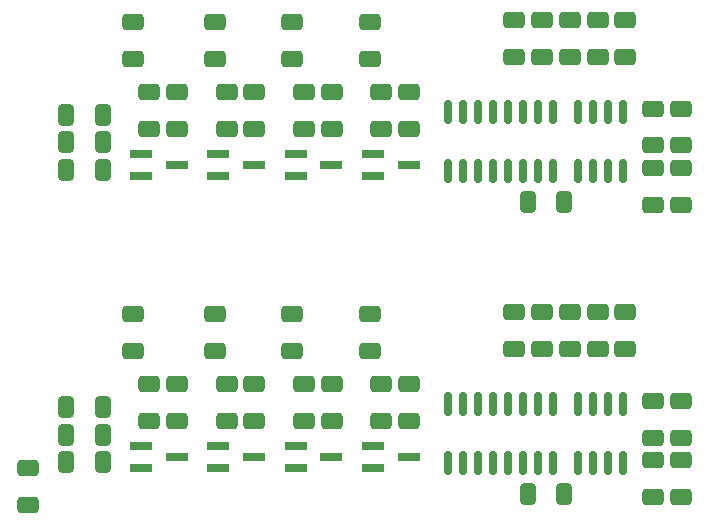
<source format=gbr>
%TF.GenerationSoftware,KiCad,Pcbnew,6.0.7-f9a2dced07~116~ubuntu20.04.1*%
%TF.CreationDate,2022-08-31T15:18:07+02:00*%
%TF.ProjectId,NVM-Amp,4e564d2d-416d-4702-9e6b-696361645f70,rev?*%
%TF.SameCoordinates,Original*%
%TF.FileFunction,Paste,Top*%
%TF.FilePolarity,Positive*%
%FSLAX46Y46*%
G04 Gerber Fmt 4.6, Leading zero omitted, Abs format (unit mm)*
G04 Created by KiCad (PCBNEW 6.0.7-f9a2dced07~116~ubuntu20.04.1) date 2022-08-31 15:18:07*
%MOMM*%
%LPD*%
G01*
G04 APERTURE LIST*
G04 Aperture macros list*
%AMRoundRect*
0 Rectangle with rounded corners*
0 $1 Rounding radius*
0 $2 $3 $4 $5 $6 $7 $8 $9 X,Y pos of 4 corners*
0 Add a 4 corners polygon primitive as box body*
4,1,4,$2,$3,$4,$5,$6,$7,$8,$9,$2,$3,0*
0 Add four circle primitives for the rounded corners*
1,1,$1+$1,$2,$3*
1,1,$1+$1,$4,$5*
1,1,$1+$1,$6,$7*
1,1,$1+$1,$8,$9*
0 Add four rect primitives between the rounded corners*
20,1,$1+$1,$2,$3,$4,$5,0*
20,1,$1+$1,$4,$5,$6,$7,0*
20,1,$1+$1,$6,$7,$8,$9,0*
20,1,$1+$1,$8,$9,$2,$3,0*%
G04 Aperture macros list end*
%ADD10RoundRect,0.250000X-0.650000X0.412500X-0.650000X-0.412500X0.650000X-0.412500X0.650000X0.412500X0*%
%ADD11RoundRect,0.250000X0.650000X-0.412500X0.650000X0.412500X-0.650000X0.412500X-0.650000X-0.412500X0*%
%ADD12R,1.900000X0.800000*%
%ADD13RoundRect,0.250000X0.412500X0.650000X-0.412500X0.650000X-0.412500X-0.650000X0.412500X-0.650000X0*%
%ADD14RoundRect,0.150000X0.150000X-0.825000X0.150000X0.825000X-0.150000X0.825000X-0.150000X-0.825000X0*%
%ADD15RoundRect,0.250000X-0.412500X-0.650000X0.412500X-0.650000X0.412500X0.650000X-0.412500X0.650000X0*%
G04 APERTURE END LIST*
D10*
%TO.C,R35*%
X184900000Y-121085000D03*
X184900000Y-124210000D03*
%TD*%
%TO.C,C14*%
X173125000Y-108585000D03*
X173125000Y-111710000D03*
%TD*%
%TO.C,R22*%
X175475000Y-108585000D03*
X175475000Y-111710000D03*
%TD*%
%TO.C,R4*%
X147775000Y-84012500D03*
X147775000Y-87137500D03*
%TD*%
%TO.C,R6*%
X154325000Y-84012500D03*
X154325000Y-87137500D03*
%TD*%
D11*
%TO.C,R17*%
X164225000Y-93025000D03*
X164225000Y-89900000D03*
%TD*%
%TO.C,R13*%
X157675000Y-93037500D03*
X157675000Y-89912500D03*
%TD*%
%TO.C,R1*%
X131910000Y-124872500D03*
X131910000Y-121747500D03*
%TD*%
D10*
%TO.C,R28*%
X187250000Y-91337500D03*
X187250000Y-94462500D03*
%TD*%
%TO.C,R29*%
X187250000Y-96350000D03*
X187250000Y-99475000D03*
%TD*%
D12*
%TO.C,Q8*%
X161175000Y-119890000D03*
X161175000Y-121790000D03*
X164175000Y-120840000D03*
%TD*%
D13*
%TO.C,C4*%
X138267500Y-116570000D03*
X135142500Y-116570000D03*
%TD*%
D11*
%TO.C,R9*%
X151125000Y-93037500D03*
X151125000Y-89912500D03*
%TD*%
D10*
%TO.C,R30*%
X187245000Y-116077500D03*
X187245000Y-119202500D03*
%TD*%
%TO.C,R18*%
X160875000Y-108747500D03*
X160875000Y-111872500D03*
%TD*%
%TO.C,R23*%
X177825000Y-108585000D03*
X177825000Y-111710000D03*
%TD*%
D12*
%TO.C,Q1*%
X141525000Y-95150000D03*
X141525000Y-97050000D03*
X144525000Y-96100000D03*
%TD*%
D10*
%TO.C,R11*%
X147765000Y-108747500D03*
X147765000Y-111872500D03*
%TD*%
D14*
%TO.C,U3*%
X178545000Y-96600000D03*
X179815000Y-96600000D03*
X181085000Y-96600000D03*
X182355000Y-96600000D03*
X182355000Y-91650000D03*
X181085000Y-91650000D03*
X179815000Y-91650000D03*
X178545000Y-91650000D03*
%TD*%
D10*
%TO.C,R3*%
X140800000Y-84025000D03*
X140800000Y-87150000D03*
%TD*%
D12*
%TO.C,Q6*%
X154625000Y-119890000D03*
X154625000Y-121790000D03*
X157625000Y-120840000D03*
%TD*%
D10*
%TO.C,R16*%
X160875000Y-84012500D03*
X160875000Y-87137500D03*
%TD*%
D11*
%TO.C,R10*%
X144575000Y-117755000D03*
X144575000Y-114630000D03*
%TD*%
%TO.C,C12*%
X161875000Y-117772500D03*
X161875000Y-114647500D03*
%TD*%
D10*
%TO.C,C15*%
X180175000Y-83850000D03*
X180175000Y-86975000D03*
%TD*%
D14*
%TO.C,U1*%
X167535000Y-96600000D03*
X168805000Y-96600000D03*
X170075000Y-96600000D03*
X171345000Y-96600000D03*
X172615000Y-96600000D03*
X173885000Y-96600000D03*
X175155000Y-96600000D03*
X176425000Y-96600000D03*
X176425000Y-91650000D03*
X175155000Y-91650000D03*
X173885000Y-91650000D03*
X172615000Y-91650000D03*
X171345000Y-91650000D03*
X170075000Y-91650000D03*
X168805000Y-91650000D03*
X167535000Y-91650000D03*
%TD*%
D11*
%TO.C,C9*%
X155325000Y-93037500D03*
X155325000Y-89912500D03*
%TD*%
D14*
%TO.C,U2*%
X167535000Y-121335000D03*
X168805000Y-121335000D03*
X170075000Y-121335000D03*
X171345000Y-121335000D03*
X172615000Y-121335000D03*
X173885000Y-121335000D03*
X175155000Y-121335000D03*
X176425000Y-121335000D03*
X176425000Y-116385000D03*
X175155000Y-116385000D03*
X173885000Y-116385000D03*
X172615000Y-116385000D03*
X171345000Y-116385000D03*
X170075000Y-116385000D03*
X168805000Y-116385000D03*
X167535000Y-116385000D03*
%TD*%
D10*
%TO.C,C16*%
X180175000Y-108585000D03*
X180175000Y-111710000D03*
%TD*%
D13*
%TO.C,R2*%
X138262500Y-94200000D03*
X135137500Y-94200000D03*
%TD*%
D10*
%TO.C,R31*%
X187250000Y-121085000D03*
X187250000Y-124210000D03*
%TD*%
D12*
%TO.C,Q2*%
X141525000Y-119885000D03*
X141525000Y-121785000D03*
X144525000Y-120835000D03*
%TD*%
%TO.C,Q3*%
X148075000Y-95150000D03*
X148075000Y-97050000D03*
X151075000Y-96100000D03*
%TD*%
%TO.C,Q7*%
X161175000Y-95150000D03*
X161175000Y-97050000D03*
X164175000Y-96100000D03*
%TD*%
D11*
%TO.C,R5*%
X144575000Y-93025000D03*
X144575000Y-89900000D03*
%TD*%
%TO.C,C5*%
X142225000Y-93025000D03*
X142225000Y-89900000D03*
%TD*%
D10*
%TO.C,R21*%
X177825000Y-83850000D03*
X177825000Y-86975000D03*
%TD*%
%TO.C,R8*%
X140800000Y-108760000D03*
X140800000Y-111885000D03*
%TD*%
%TO.C,R34*%
X184900000Y-116072500D03*
X184900000Y-119197500D03*
%TD*%
D13*
%TO.C,C3*%
X138262500Y-91850000D03*
X135137500Y-91850000D03*
%TD*%
D11*
%TO.C,C8*%
X148775000Y-117772500D03*
X148775000Y-114647500D03*
%TD*%
%TO.C,R19*%
X164225000Y-117772500D03*
X164225000Y-114647500D03*
%TD*%
%TO.C,R24*%
X182525000Y-86962500D03*
X182525000Y-83837500D03*
%TD*%
D10*
%TO.C,R20*%
X175475000Y-83850000D03*
X175475000Y-86975000D03*
%TD*%
%TO.C,R14*%
X154325000Y-108747500D03*
X154325000Y-111872500D03*
%TD*%
D11*
%TO.C,R15*%
X157675000Y-117772500D03*
X157675000Y-114647500D03*
%TD*%
%TO.C,C11*%
X161875000Y-93037500D03*
X161875000Y-89912500D03*
%TD*%
D10*
%TO.C,C13*%
X173125000Y-83850000D03*
X173125000Y-86975000D03*
%TD*%
%TO.C,R33*%
X184900000Y-96350000D03*
X184900000Y-99475000D03*
%TD*%
D15*
%TO.C,C1*%
X135137500Y-96550000D03*
X138262500Y-96550000D03*
%TD*%
D11*
%TO.C,R12*%
X151125000Y-117772500D03*
X151125000Y-114647500D03*
%TD*%
%TO.C,C10*%
X155325000Y-117772500D03*
X155325000Y-114647500D03*
%TD*%
%TO.C,C7*%
X148775000Y-93037500D03*
X148775000Y-89912500D03*
%TD*%
D13*
%TO.C,R27*%
X177375000Y-123985000D03*
X174250000Y-123985000D03*
%TD*%
D14*
%TO.C,U6*%
X178545000Y-121335000D03*
X179815000Y-121335000D03*
X181085000Y-121335000D03*
X182355000Y-121335000D03*
X182355000Y-116385000D03*
X181085000Y-116385000D03*
X179815000Y-116385000D03*
X178545000Y-116385000D03*
%TD*%
D13*
%TO.C,R26*%
X177375000Y-99250000D03*
X174250000Y-99250000D03*
%TD*%
D10*
%TO.C,R32*%
X184900000Y-91337500D03*
X184900000Y-94462500D03*
%TD*%
D12*
%TO.C,Q4*%
X148075000Y-119885000D03*
X148075000Y-121785000D03*
X151075000Y-120835000D03*
%TD*%
D13*
%TO.C,R7*%
X138262500Y-118935000D03*
X135137500Y-118935000D03*
%TD*%
D11*
%TO.C,R25*%
X182515000Y-111712500D03*
X182515000Y-108587500D03*
%TD*%
D12*
%TO.C,Q5*%
X154625000Y-95150000D03*
X154625000Y-97050000D03*
X157625000Y-96100000D03*
%TD*%
D15*
%TO.C,C2*%
X135137500Y-121285000D03*
X138262500Y-121285000D03*
%TD*%
D11*
%TO.C,C6*%
X142225000Y-117760000D03*
X142225000Y-114635000D03*
%TD*%
M02*

</source>
